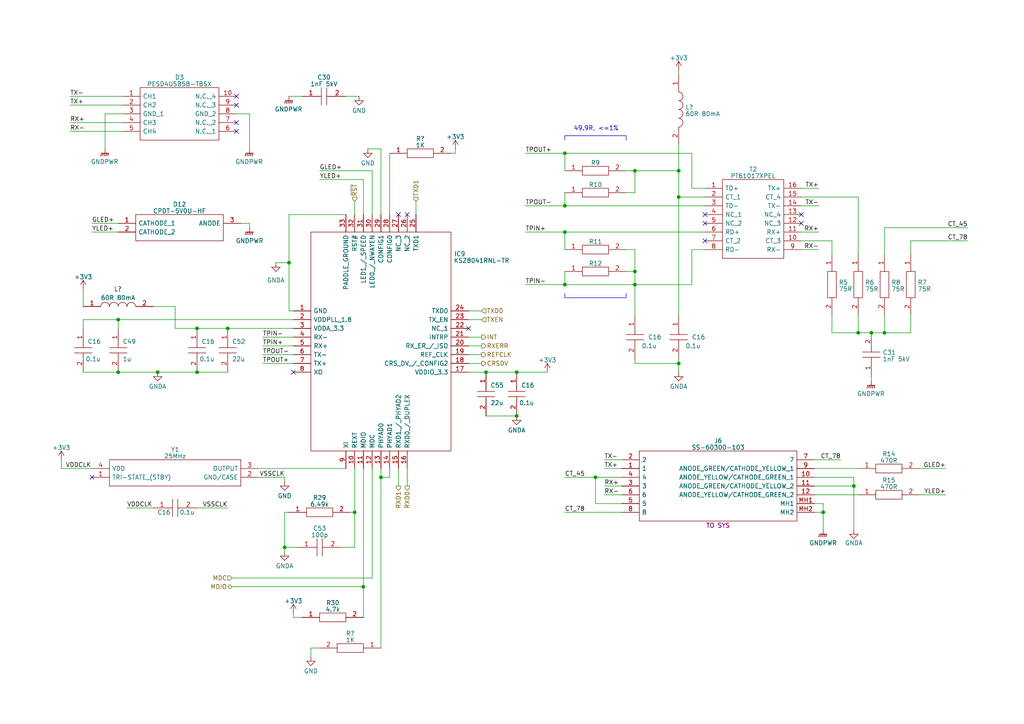
<source format=kicad_sch>
(kicad_sch (version 20230121) (generator eeschema)
  (paper "A4")
  (title_block (title "Oro Link") (date "2023-03-01") (rev "2") (company "Oro Operating System"))
  (lib_symbols
    (symbol "SamacSys_Parts:01016D104KAT2A" (pin_names (offset 0.762))
      (property "Reference" "C" (at 8.89 6.35 0))
      (property "Value" "01016D104KAT2A" (at 8.89 3.81 0))
      (symbol "01016D104KAT2A_0_0"
        (pin passive line (at 0 0 0) (length 5.08) (name "~") (number "1"))
        (pin passive line (at 12.7 0 180) (length 5.08) (name "~") (number "2"))
      )
    )
    (symbol "SamacSys_Parts:06036A101GAT2A" (pin_names (offset 0.762))
      (property "Reference" "C" (at 8.89 6.35 0))
      (property "Value" "06036A101GAT2A" (at 8.89 3.81 0))
      (symbol "06036A101GAT2A_0_0"
        (pin passive line (at 0 0 0) (length 5.08) (name "~") (number "1"))
        (pin passive line (at 12.7 0 180) (length 5.08) (name "~") (number "2"))
      )
    )
    (symbol "SamacSys_Parts:0603YD105KAT2A" (pin_names (offset 0.762))
      (property "Reference" "C" (at 8.89 6.35 0))
      (property "Value" "0603YD105KAT2A" (at 8.89 3.81 0))
      (symbol "0603YD105KAT2A_0_0"
        (pin passive line (at 0 0 0) (length 5.08) (name "~") (number "1"))
        (pin passive line (at 12.7 0 180) (length 5.08) (name "~") (number "2"))
      )
    )
    (symbol "SamacSys_Parts:74279260" (pin_names (offset 0.762))
      (property "Reference" "L" (at 16.51 6.35 0))
      (property "Value" "74279260" (at 16.51 3.81 0))
      (symbol "74279260_0_0"
        (pin passive line (at 0 0 0) (length 5.08) (name "~") (number "1"))
        (pin passive line (at 20.32 0 180) (length 5.08) (name "~") (number "2"))
      )
    )
    (symbol "SamacSys_Parts:AC0805FR-07470RL" (pin_names (offset 0.762))
      (property "Reference" "R" (at 13.97 6.35 0))
      (property "Value" "AC0805FR-07470RL" (at 13.97 3.81 0))
      (symbol "AC0805FR-07470RL_0_0"
        (pin passive line (at 0 0 0) (length 5.08) (name "~") (number "1"))
        (pin passive line (at 17.78 0 180) (length 5.08) (name "~") (number "2"))
      )
    )
    (symbol "SamacSys_Parts:ASE-25.000MHZ-LC-T" (pin_names (offset 0.762))
      (property "Reference" "Y" (at 44.45 7.62 0))
      (property "Value" "ASE-25.000MHZ-LC-T" (at 44.45 5.08 0))
      (symbol "ASE-25.000MHZ-LC-T_0_0"
        (pin passive line (at 0 -2.54 0) (length 5.08) (name "TRI-STATE_(STBY)") (number "1"))
        (pin passive line (at 48.26 -2.54 180) (length 5.08) (name "GND/CASE") (number "2"))
        (pin passive line (at 48.26 0 180) (length 5.08) (name "OUTPUT") (number "3"))
        (pin passive line (at 0 0 0) (length 5.08) (name "VDD") (number "4"))
      )
    )
    (symbol "SamacSys_Parts:CL21A226KQCLRNC" (pin_names (offset 0.762))
      (property "Reference" "C" (at 8.89 6.35 0))
      (property "Value" "CL21A226KQCLRNC" (at 8.89 3.81 0))
      (symbol "CL21A226KQCLRNC_0_0"
        (pin passive line (at 0 0 0) (length 5.08) (name "~") (number "1"))
        (pin passive line (at 12.7 0 180) (length 5.08) (name "~") (number "2"))
      )
    )
    (symbol "SamacSys_Parts:CPDT-5V0U-HF" (pin_names (offset 0.762))
      (property "Reference" "D" (at 31.75 7.62 0))
      (property "Value" "CPDT-5V0U-HF" (at 31.75 5.08 0))
      (symbol "CPDT-5V0U-HF_0_0"
        (pin passive line (at 0 0 0) (length 5.08) (name "CATHODE_1") (number "1"))
        (pin passive line (at 0 -2.54 0) (length 5.08) (name "CATHODE_2") (number "2"))
        (pin passive line (at 35.56 0 180) (length 5.08) (name "ANODE") (number "3"))
      )
    )
    (symbol "SamacSys_Parts:HV2225Y102KXMATHV" (pin_names (offset 0.762))
      (property "Reference" "C" (at 8.89 6.35 0))
      (property "Value" "HV2225Y102KXMATHV" (at 8.89 3.81 0))
      (symbol "HV2225Y102KXMATHV_0_0"
        (pin passive line (at 0 0 0) (length 5.08) (name "~") (number "1"))
        (pin passive line (at 12.7 0 180) (length 5.08) (name "~") (number "2"))
      )
    )
    (symbol "SamacSys_Parts:KSZ8041RNL-TR" (pin_names (offset 0.762))
      (property "Reference" "IC" (at 46.99 27.94 0))
      (property "Value" "KSZ8041RNL-TR" (at 46.99 25.4 0))
      (symbol "KSZ8041RNL-TR_0_0"
        (pin passive line (at 0 0 0) (length 5.08) (name "GND") (number "1"))
        (pin passive line (at 17.78 -45.72 90) (length 5.08) (name "REXT") (number "10"))
        (pin passive line (at 20.32 -45.72 90) (length 5.08) (name "MDIO") (number "11"))
        (pin passive line (at 22.86 -45.72 90) (length 5.08) (name "MDC") (number "12"))
        (pin passive line (at 25.4 -45.72 90) (length 5.08) (name "PHYAD0") (number "13"))
        (pin passive line (at 27.94 -45.72 90) (length 5.08) (name "PHYAD1") (number "14"))
        (pin passive line (at 30.48 -45.72 90) (length 5.08) (name "RXD1_/_PHYAD2") (number "15"))
        (pin passive line (at 33.02 -45.72 90) (length 5.08) (name "RXD0_/_DUPLEX") (number "16"))
        (pin passive line (at 50.8 -17.78 180) (length 5.08) (name "VDDIO_3.3") (number "17"))
        (pin passive line (at 50.8 -15.24 180) (length 5.08) (name "CRS_DV_/_CONFIG2") (number "18"))
        (pin passive line (at 50.8 -12.7 180) (length 5.08) (name "REF_CLK") (number "19"))
        (pin passive line (at 0 -2.54 0) (length 5.08) (name "VDDPLL_1.8") (number "2"))
        (pin passive line (at 50.8 -10.16 180) (length 5.08) (name "RX_ER_/_ISO") (number "20"))
        (pin passive line (at 50.8 -7.62 180) (length 5.08) (name "INTRP") (number "21"))
        (pin passive line (at 50.8 -5.08 180) (length 5.08) (name "NC_1") (number "22"))
        (pin passive line (at 50.8 -2.54 180) (length 5.08) (name "TX_EN") (number "23"))
        (pin passive line (at 50.8 0 180) (length 5.08) (name "TXD0") (number "24"))
        (pin passive line (at 35.56 27.94 270) (length 5.08) (name "TXD1") (number "25"))
        (pin passive line (at 33.02 27.94 270) (length 5.08) (name "NC_2") (number "26"))
        (pin passive line (at 30.48 27.94 270) (length 5.08) (name "NC_3") (number "27"))
        (pin passive line (at 27.94 27.94 270) (length 5.08) (name "CONFIG0") (number "28"))
        (pin passive line (at 25.4 27.94 270) (length 5.08) (name "CONFIG1") (number "29"))
        (pin passive line (at 0 -5.08 0) (length 5.08) (name "VDDA_3.3") (number "3"))
        (pin passive line (at 22.86 27.94 270) (length 5.08) (name "LED0_/_NWAYEN") (number "30"))
        (pin passive line (at 20.32 27.94 270) (length 5.08) (name "LED1_/_SPEED") (number "31"))
        (pin passive line (at 17.78 27.94 270) (length 5.08) (name "RST#") (number "32"))
        (pin passive line (at 15.24 27.94 270) (length 5.08) (name "PADDLE_GROUND") (number "33"))
        (pin passive line (at 0 -7.62 0) (length 5.08) (name "RX-") (number "4"))
        (pin passive line (at 0 -10.16 0) (length 5.08) (name "RX+") (number "5"))
        (pin passive line (at 0 -12.7 0) (length 5.08) (name "TX-") (number "6"))
        (pin passive line (at 0 -15.24 0) (length 5.08) (name "TX+") (number "7"))
        (pin passive line (at 0 -17.78 0) (length 5.08) (name "XO") (number "8"))
        (pin passive line (at 15.24 -45.72 90) (length 5.08) (name "XI") (number "9"))
      )
    )
    (symbol "SamacSys_Parts:MCWR04X4701FTL" (pin_names (offset 0.762))
      (property "Reference" "R" (at 13.97 6.35 0))
      (property "Value" "MCWR04X4701FTL" (at 13.97 3.81 0))
      (symbol "MCWR04X4701FTL_0_0"
        (pin passive line (at 0 0 0) (length 5.08) (name "~") (number "1"))
        (pin passive line (at 17.78 0 180) (length 5.08) (name "~") (number "2"))
      )
    )
    (symbol "SamacSys_Parts:PESD4USB5B-TBSX" (pin_names (offset 0.762))
      (property "Reference" "D" (at 29.21 7.62 0))
      (property "Value" "PESD4USB5B-TBSX" (at 29.21 5.08 0))
      (symbol "PESD4USB5B-TBSX_0_0"
        (pin passive line (at 0 0 0) (length 5.08) (name "CH1") (number "1"))
        (pin passive line (at 33.02 0 180) (length 5.08) (name "N.C._4") (number "10"))
        (pin passive line (at 0 -2.54 0) (length 5.08) (name "CH2") (number "2"))
        (pin passive line (at 0 -5.08 0) (length 5.08) (name "GND_1") (number "3"))
        (pin passive line (at 0 -7.62 0) (length 5.08) (name "CH3") (number "4"))
        (pin passive line (at 0 -10.16 0) (length 5.08) (name "CH4") (number "5"))
        (pin passive line (at 33.02 -10.16 180) (length 5.08) (name "N.C._1") (number "6"))
        (pin passive line (at 33.02 -7.62 180) (length 5.08) (name "N.C._2") (number "7"))
        (pin passive line (at 33.02 -5.08 180) (length 5.08) (name "GND_2") (number "8"))
        (pin passive line (at 33.02 -2.54 180) (length 5.08) (name "N.C._3") (number "9"))
      )
    )
    (symbol "SamacSys_Parts:PT61017XPEL" (pin_names (offset 0.762))
      (property "Reference" "T" (at 24.13 7.62 0))
      (property "Value" "PT61017XPEL" (at 24.13 5.08 0))
      (symbol "PT61017XPEL_0_0"
        (pin passive line (at 0 0 0) (length 5.08) (name "TD+") (number "1"))
        (pin passive line (at 27.94 -15.24 180) (length 5.08) (name "CT_3") (number "10"))
        (pin passive line (at 27.94 -12.7 180) (length 5.08) (name "RX+") (number "11"))
        (pin passive line (at 27.94 -10.16 180) (length 5.08) (name "NC_3") (number "12"))
        (pin passive line (at 27.94 -7.62 180) (length 5.08) (name "NC_4") (number "13"))
        (pin passive line (at 27.94 -5.08 180) (length 5.08) (name "TX-") (number "14"))
        (pin passive line (at 27.94 -2.54 180) (length 5.08) (name "CT_4") (number "15"))
        (pin passive line (at 27.94 0 180) (length 5.08) (name "TX+") (number "16"))
        (pin passive line (at 0 -2.54 0) (length 5.08) (name "CT_1") (number "2"))
        (pin passive line (at 0 -5.08 0) (length 5.08) (name "TD-") (number "3"))
        (pin passive line (at 0 -7.62 0) (length 5.08) (name "NC_1") (number "4"))
        (pin passive line (at 0 -10.16 0) (length 5.08) (name "NC_2") (number "5"))
        (pin passive line (at 0 -12.7 0) (length 5.08) (name "RD+") (number "6"))
        (pin passive line (at 0 -15.24 0) (length 5.08) (name "CT_2") (number "7"))
        (pin passive line (at 0 -17.78 0) (length 5.08) (name "RD-") (number "8"))
        (pin passive line (at 27.94 -17.78 180) (length 5.08) (name "RX-") (number "9"))
      )
    )
    (symbol "SamacSys_Parts:RC1210FR-0749R9L" (pin_names (offset 0.762))
      (property "Reference" "R" (at 13.97 6.35 0))
      (property "Value" "RC1210FR-0749R9L" (at 13.97 3.81 0))
      (symbol "RC1210FR-0749R9L_0_0"
        (pin passive line (at 0 0 0) (length 5.08) (name "~") (number "1"))
        (pin passive line (at 17.78 0 180) (length 5.08) (name "~") (number "2"))
      )
    )
    (symbol "SamacSys_Parts:RK73H1ETTP75R0F" (pin_names (offset 0.762))
      (property "Reference" "R" (at 13.97 6.35 0))
      (property "Value" "RK73H1ETTP75R0F" (at 13.97 3.81 0))
      (symbol "RK73H1ETTP75R0F_0_0"
        (pin passive line (at 0 0 0) (length 5.08) (name "~") (number "1"))
        (pin passive line (at 17.78 0 180) (length 5.08) (name "~") (number "2"))
      )
    )
    (symbol "SamacSys_Parts:RK73H2ATTD6491F" (pin_names (offset 0.762))
      (property "Reference" "R" (at 13.97 6.35 0))
      (property "Value" "RK73H2ATTD6491F" (at 13.97 3.81 0))
      (symbol "RK73H2ATTD6491F_0_0"
        (pin passive line (at 0 0 0) (length 5.08) (name "~") (number "1"))
        (pin passive line (at 17.78 0 180) (length 5.08) (name "~") (number "2"))
      )
    )
    (symbol "SamacSys_Parts:SG73P2ATTD102J" (pin_names (offset 0.762))
      (property "Reference" "R" (at 13.97 6.35 0))
      (property "Value" "SG73P2ATTD102J" (at 13.97 3.81 0))
      (symbol "SG73P2ATTD102J_0_0"
        (pin passive line (at 0 0 0) (length 5.08) (name "~") (number "1"))
        (pin passive line (at 17.78 0 180) (length 5.08) (name "~") (number "2"))
      )
    )
    (symbol "SamacSys_Parts:SS-60300-103" (pin_names (offset 0.762))
      (property "Reference" "J6" (at 27.94 5.4991 0))
      (property "Value" "SS-60300-103" (at 27.94 3.5781 0))
      (symbol "SS-60300-103_0_0"
        (pin passive line (at 0 -2.54 0) (length 5.08) (name "1") (number "1"))
        (pin passive line (at 55.88 -5.08 180) (length 5.08) (name "ANODE_YELLOW/CATHODE_GREEN_1") (number "10"))
        (pin passive line (at 55.88 -7.62 180) (length 5.08) (name "ANODE_GREEN/CATHODE_YELLOW_2") (number "11"))
        (pin passive line (at 55.88 -10.16 180) (length 5.08) (name "ANODE_YELLOW/CATHODE_GREEN_2") (number "12"))
        (pin passive line (at 0 0 0) (length 5.08) (name "2") (number "2"))
        (pin passive line (at 0 -7.62 0) (length 5.08) (name "3") (number "3"))
        (pin passive line (at 0 -5.08 0) (length 5.08) (name "4") (number "4"))
        (pin passive line (at 0 -12.7 0) (length 5.08) (name "5") (number "5"))
        (pin passive line (at 0 -10.16 0) (length 5.08) (name "6") (number "6"))
        (pin passive line (at 55.88 0 180) (length 5.08) (name "7") (number "7"))
        (pin passive line (at 0 -15.24 0) (length 5.08) (name "8") (number "8"))
        (pin passive line (at 55.88 -2.54 180) (length 5.08) (name "ANODE_GREEN/CATHODE_YELLOW_1") (number "9"))
        (pin passive line (at 55.88 -12.7 180) (length 5.08) (name "MH1") (number "MH1"))
        (pin passive line (at 55.88 -15.24 180) (length 5.08) (name "MH2") (number "MH2"))
      )
    )
    (symbol "power:+3V3" (power) (pin_names (offset 0))
      (property "Value" "+3V3" (at 0 3.556 0))
      (symbol "+3V3_1_1"
        (pin power_in line (at 0 0 90) (length 0) hide (name "+3V3") (number "1"))
      )
    )
    (symbol "power:GND" (power) (pin_names (offset 0))
      (property "Value" "GND" (at 0 -3.81 0))
      (symbol "GND_1_1"
        (pin power_in line (at 0 0 270) (length 0) hide (name "GND") (number "1"))
      )
    )
    (symbol "power:GNDA" (power) (pin_names (offset 0))
      (property "Value" "GNDA" (at 0 -3.81 0))
      (symbol "GNDA_1_1"
        (pin power_in line (at 0 0 270) (length 0) hide (name "GNDA") (number "1"))
      )
    )
    (symbol "power:GNDPWR" (power) (pin_names (offset 0))
      (property "Value" "GNDPWR" (at 0 -3.302 0))
      (symbol "GNDPWR_1_1"
        (pin power_in line (at 0 0 270) (length 0) hide (name "GNDPWR") (number "1"))
      )
    )
  )
  (junction (at 163.83 59.69))
  (junction (at 184.15 82.55))
  (junction (at 196.85 57.15))
  (junction (at 184.15 78.74))
  (junction (at 45.72 107.95))
  (junction (at 82.55 158.75))
  (junction (at 110.49 138.43))
  (junction (at 247.65 140.97))
  (junction (at 34.29 107.95))
  (junction (at 196.85 105.41))
  (junction (at 248.92 96.52))
  (junction (at 34.29 92.71))
  (junction (at 57.15 95.25))
  (junction (at 163.83 44.45))
  (junction (at 238.76 148.59))
  (junction (at 149.86 107.95))
  (junction (at 256.54 96.52))
  (junction (at 172.72 138.43))
  (junction (at 252.73 96.52))
  (junction (at 102.87 148.59))
  (junction (at 163.83 82.55))
  (junction (at 149.86 120.65))
  (junction (at 105.41 170.18))
  (junction (at 184.15 49.53))
  (junction (at 66.04 95.25))
  (junction (at 83.82 76.2))
  (junction (at 163.83 67.31))
  (junction (at 196.85 49.53))
  (junction (at 57.15 107.95))
  (junction (at 140.97 107.95))
  (no_connect (at 85.09 107.95))
  (no_connect (at 232.41 62.23))
  (no_connect (at 68.58 30.48))
  (no_connect (at 118.11 62.23))
  (no_connect (at 68.58 38.1))
  (no_connect (at 232.41 64.77))
  (no_connect (at 204.47 69.85))
  (no_connect (at 115.57 62.23))
  (no_connect (at 204.47 64.77))
  (no_connect (at 68.58 35.56))
  (no_connect (at 26.67 138.43))
  (no_connect (at 135.89 95.25))
  (no_connect (at 204.47 62.23))
  (no_connect (at 68.58 27.94))
  (wire (pts (xy 196.85 105.41) (xy 196.85 107.95)))
  (wire (pts (xy 247.65 138.43) (xy 247.65 140.97)))
  (wire (pts (xy 175.26 135.89) (xy 180.34 135.89)))
  (wire (pts (xy 105.41 135.89) (xy 105.41 170.18)))
  (wire (pts (xy 34.29 92.71) (xy 34.29 95.25)))
  (wire (pts (xy 85.09 102.87) (xy 76.2 102.87)))
  (wire (pts (xy 67.31 170.18) (xy 105.41 170.18)))
  (wire (pts (xy 264.16 96.52) (xy 264.16 91.44)))
  (wire (pts (xy 72.39 66.04) (xy 72.39 64.77)))
  (wire (pts (xy 181.61 55.88) (xy 184.15 55.88)))
  (wire (pts (xy 196.85 57.15) (xy 204.47 57.15)))
  (wire (pts (xy 238.76 148.59) (xy 236.22 148.59)))
  (wire (pts (xy 113.03 135.89) (xy 113.03 138.43)))
  (wire (pts (xy 200.66 82.55) (xy 200.66 72.39)))
  (wire (pts (xy 135.89 102.87) (xy 139.7 102.87)))
  (wire (pts (xy 163.83 78.74) (xy 163.83 82.55)))
  (wire (pts (xy 20.32 38.1) (xy 35.56 38.1)))
  (wire (pts (xy 172.72 138.43) (xy 163.83 138.43)))
  (wire (pts (xy 200.66 44.45) (xy 163.83 44.45)))
  (wire (pts (xy 140.97 107.95) (xy 149.86 107.95)))
  (wire (pts (xy 200.66 72.39) (xy 204.47 72.39)))
  (wire (pts (xy 184.15 82.55) (xy 184.15 91.44)))
  (wire (pts (xy 264.16 73.66) (xy 264.16 69.85)))
  (wire (pts (xy 110.49 62.23) (xy 110.49 43.18)))
  (wire (pts (xy 110.49 138.43) (xy 113.03 138.43)))
  (wire (pts (xy 241.3 69.85) (xy 241.3 73.66)))
  (wire (pts (xy 80.01 76.2) (xy 83.82 76.2)))
  (wire (pts (xy 30.48 33.02) (xy 35.56 33.02)))
  (wire (pts (xy 241.3 91.44) (xy 241.3 96.52)))
  (wire (pts (xy 196.85 104.14) (xy 196.85 105.41)))
  (wire (pts (xy 30.48 43.18) (xy 30.48 33.02)))
  (wire (pts (xy 140.97 120.65) (xy 149.86 120.65)))
  (wire (pts (xy 264.16 69.85) (xy 280.67 69.85)))
  (wire (pts (xy 72.39 43.18) (xy 72.39 33.02)))
  (wire (pts (xy 20.32 27.94) (xy 35.56 27.94)))
  (wire (pts (xy 24.13 107.95) (xy 34.29 107.95)))
  (wire (pts (xy 149.86 107.95) (xy 158.75 107.95)))
  (wire (pts (xy 248.92 91.44) (xy 248.92 96.52)))
  (wire (pts (xy 101.6 148.59) (xy 102.87 148.59)))
  (wire (pts (xy 184.15 104.14) (xy 184.15 105.41)))
  (wire (pts (xy 82.55 138.43) (xy 82.55 139.7)))
  (wire (pts (xy 135.89 105.41) (xy 139.7 105.41)))
  (wire (pts (xy 181.61 49.53) (xy 184.15 49.53)))
  (wire (pts (xy 163.83 67.31) (xy 163.83 72.39)))
  (wire (pts (xy 184.15 49.53) (xy 184.15 55.88)))
  (wire (pts (xy 99.06 158.75) (xy 102.87 158.75)))
  (wire (pts (xy 232.41 59.69) (xy 237.49 59.69)))
  (wire (pts (xy 163.83 59.69) (xy 152.4 59.69)))
  (wire (pts (xy 130.81 44.45) (xy 132.08 44.45)))
  (wire (pts (xy 50.8 88.9) (xy 50.8 95.25)))
  (wire (pts (xy 57.15 147.32) (xy 66.04 147.32)))
  (wire (pts (xy 196.85 20.32) (xy 196.85 21.59)))
  (wire (pts (xy 76.2 100.33) (xy 85.09 100.33)))
  (wire (pts (xy 26.67 67.31) (xy 34.29 67.31)))
  (wire (pts (xy 236.22 135.89) (xy 248.92 135.89)))
  (wire (pts (xy 181.61 78.74) (xy 184.15 78.74)))
  (wire (pts (xy 57.15 107.95) (xy 66.04 107.95)))
  (wire (pts (xy 115.57 135.89) (xy 115.57 140.97)))
  (wire (pts (xy 110.49 138.43) (xy 110.49 187.96)))
  (wire (pts (xy 232.41 54.61) (xy 237.49 54.61)))
  (wire (pts (xy 135.89 97.79) (xy 139.7 97.79)))
  (wire (pts (xy 256.54 96.52) (xy 264.16 96.52)))
  (wire (pts (xy 66.04 95.25) (xy 85.09 95.25)))
  (wire (pts (xy 82.55 148.59) (xy 83.82 148.59)))
  (wire (pts (xy 241.3 96.52) (xy 248.92 96.52)))
  (wire (pts (xy 74.93 138.43) (xy 82.55 138.43)))
  (wire (pts (xy 232.41 69.85) (xy 241.3 69.85)))
  (wire (pts (xy 163.83 44.45) (xy 152.4 44.45)))
  (wire (pts (xy 26.67 64.77) (xy 34.29 64.77)))
  (wire (pts (xy 236.22 133.35) (xy 243.84 133.35)))
  (wire (pts (xy 163.83 55.88) (xy 163.83 59.69)))
  (wire (pts (xy 180.34 146.05) (xy 172.72 146.05)))
  (wire (pts (xy 107.95 49.53) (xy 107.95 62.23)))
  (wire (pts (xy 82.55 148.59) (xy 82.55 158.75)))
  (wire (pts (xy 184.15 72.39) (xy 184.15 78.74)))
  (wire (pts (xy 34.29 107.95) (xy 45.72 107.95)))
  (wire (pts (xy 274.32 143.51) (xy 266.7 143.51)))
  (wire (pts (xy 152.4 67.31) (xy 163.83 67.31)))
  (wire (pts (xy 34.29 92.71) (xy 24.13 92.71)))
  (wire (pts (xy 83.82 76.2) (xy 83.82 90.17)))
  (wire (pts (xy 57.15 95.25) (xy 66.04 95.25)))
  (wire (pts (xy 82.55 158.75) (xy 82.55 160.02)))
  (wire (pts (xy 232.41 72.39) (xy 237.49 72.39)))
  (wire (pts (xy 172.72 138.43) (xy 172.72 146.05)))
  (wire (pts (xy 72.39 64.77) (xy 69.85 64.77)))
  (wire (pts (xy 135.89 90.17) (xy 139.7 90.17)))
  (wire (pts (xy 50.8 95.25) (xy 57.15 95.25)))
  (wire (pts (xy 184.15 82.55) (xy 200.66 82.55)))
  (wire (pts (xy 238.76 146.05) (xy 236.22 146.05)))
  (wire (pts (xy 87.63 179.07) (xy 85.09 179.07)))
  (wire (pts (xy 238.76 148.59) (xy 238.76 146.05)))
  (wire (pts (xy 247.65 140.97) (xy 247.65 153.67)))
  (wire (pts (xy 274.32 135.89) (xy 266.7 135.89)))
  (wire (pts (xy 236.22 143.51) (xy 248.92 143.51)))
  (wire (pts (xy 105.41 52.07) (xy 105.41 62.23)))
  (wire (pts (xy 180.34 148.59) (xy 163.83 148.59)))
  (wire (pts (xy 102.87 148.59) (xy 102.87 158.75)))
  (wire (pts (xy 74.93 135.89) (xy 100.33 135.89)))
  (wire (pts (xy 180.34 133.35) (xy 175.26 133.35)))
  (wire (pts (xy 45.72 107.95) (xy 57.15 107.95)))
  (wire (pts (xy 20.32 30.48) (xy 35.56 30.48)))
  (wire (pts (xy 184.15 72.39) (xy 181.61 72.39)))
  (wire (pts (xy 118.11 135.89) (xy 118.11 140.97)))
  (wire (pts (xy 175.26 140.97) (xy 180.34 140.97)))
  (wire (pts (xy 24.13 92.71) (xy 24.13 95.25)))
  (wire (pts (xy 232.41 57.15) (xy 248.92 57.15)))
  (wire (pts (xy 85.09 92.71) (xy 34.29 92.71)))
  (wire (pts (xy 248.92 96.52) (xy 252.73 96.52)))
  (wire (pts (xy 17.78 135.89) (xy 26.67 135.89)))
  (wire (pts (xy 184.15 49.53) (xy 196.85 49.53)))
  (wire (pts (xy 44.45 88.9) (xy 50.8 88.9)))
  (wire (pts (xy 67.31 167.64) (xy 107.95 167.64)))
  (wire (pts (xy 85.09 179.07) (xy 85.09 177.8)))
  (wire (pts (xy 105.41 170.18) (xy 105.41 179.07)))
  (wire (pts (xy 184.15 105.41) (xy 196.85 105.41)))
  (wire (pts (xy 256.54 91.44) (xy 256.54 96.52)))
  (wire (pts (xy 113.03 44.45) (xy 113.03 62.23)))
  (wire (pts (xy 92.71 187.96) (xy 90.17 187.96)))
  (wire (pts (xy 232.41 67.31) (xy 237.49 67.31)))
  (wire (pts (xy 200.66 44.45) (xy 200.66 54.61)))
  (wire (pts (xy 132.08 44.45) (xy 132.08 43.18)))
  (wire (pts (xy 196.85 49.53) (xy 196.85 57.15)))
  (wire (pts (xy 102.87 58.42) (xy 102.87 62.23)))
  (wire (pts (xy 152.4 82.55) (xy 163.83 82.55)))
  (wire (pts (xy 76.2 97.79) (xy 85.09 97.79)))
  (wire (pts (xy 256.54 66.04) (xy 280.67 66.04)))
  (wire (pts (xy 90.17 187.96) (xy 90.17 190.5)))
  (wire (pts (xy 100.33 27.94) (xy 104.14 27.94)))
  (wire (pts (xy 24.13 83.82) (xy 24.13 88.9)))
  (wire (pts (xy 100.33 62.23) (xy 83.82 62.23)))
  (wire (pts (xy 247.65 138.43) (xy 236.22 138.43)))
  (wire (pts (xy 184.15 78.74) (xy 184.15 82.55)))
  (wire (pts (xy 135.89 92.71) (xy 139.7 92.71)))
  (wire (pts (xy 36.83 147.32) (xy 44.45 147.32)))
  (wire (pts (xy 135.89 107.95) (xy 140.97 107.95)))
  (wire (pts (xy 248.92 73.66) (xy 248.92 57.15)))
  (wire (pts (xy 204.47 59.69) (xy 163.83 59.69)))
  (wire (pts (xy 110.49 135.89) (xy 110.49 138.43)))
  (wire (pts (xy 238.76 148.59) (xy 238.76 153.67)))
  (wire (pts (xy 252.73 96.52) (xy 256.54 96.52)))
  (wire (pts (xy 107.95 167.64) (xy 107.95 135.89)))
  (wire (pts (xy 163.83 82.55) (xy 184.15 82.55)))
  (wire (pts (xy 20.32 35.56) (xy 35.56 35.56)))
  (wire (pts (xy 200.66 54.61) (xy 204.47 54.61)))
  (wire (pts (xy 83.82 27.94) (xy 87.63 27.94)))
  (wire (pts (xy 180.34 143.51) (xy 175.26 143.51)))
  (wire (pts (xy 196.85 57.15) (xy 196.85 91.44)))
  (wire (pts (xy 92.71 52.07) (xy 105.41 52.07)))
  (wire (pts (xy 82.55 158.75) (xy 86.36 158.75)))
  (wire (pts (xy 85.09 105.41) (xy 76.2 105.41)))
  (wire (pts (xy 247.65 140.97) (xy 236.22 140.97)))
  (wire (pts (xy 17.78 133.35) (xy 17.78 135.89)))
  (wire (pts (xy 83.82 76.2) (xy 83.82 62.23)))
  (wire (pts (xy 252.73 109.22) (xy 252.73 110.49)))
  (wire (pts (xy 135.89 100.33) (xy 139.7 100.33)))
  (wire (pts (xy 180.34 138.43) (xy 172.72 138.43)))
  (wire (pts (xy 92.71 49.53) (xy 107.95 49.53)))
  (wire (pts (xy 85.09 90.17) (xy 83.82 90.17)))
  (wire (pts (xy 120.65 62.23) (xy 120.65 58.42)))
  (wire (pts (xy 196.85 41.91) (xy 196.85 49.53)))
  (wire (pts (xy 163.83 44.45) (xy 163.83 49.53)))
  (wire (pts (xy 102.87 135.89) (xy 102.87 148.59)))
  (wire (pts (xy 106.68 43.18) (xy 110.49 43.18)))
  (wire (pts (xy 163.83 67.31) (xy 204.47 67.31)))
  (wire (pts (xy 72.39 33.02) (xy 68.58 33.02)))
  (wire (pts (xy 256.54 73.66) (xy 256.54 66.04)))
  (rectangle (start 163.83 85.09) (end 163.83 86.36))
  (rectangle (start 181.61 86.36) (end 163.83 86.36))
  (rectangle (start 163.83 39.37) (end 181.61 39.37))
  (rectangle (start 181.61 85.09) (end 181.61 86.36))
  (rectangle (start 163.83 39.37) (end 163.83 40.64))
  (rectangle (start 181.61 39.37) (end 181.61 40.64))
  (text "49.9R, <=1%" (at 166.37 38.1 0) (effects (font (size 1.27 1.27)) (justify left bottom)))
  (label "RX-" (at 20.32 38.1 0))
  (label "GLED+" (at 274.32 135.89 180))
  (label "TX-" (at 175.26 133.35 0))
  (label "CT_78" (at 243.84 133.35 180))
  (label "RX-" (at 237.49 72.39 180))
  (label "TX+" (at 237.49 54.61 180))
  (label "GLED+" (at 26.67 64.77 0))
  (label "CT_78" (at 163.83 148.59 0))
  (label "CT_45" (at 163.83 138.43 0))
  (label "TPIN-" (at 152.4 82.55 0))
  (label "TPOUT-" (at 152.4 59.69 0))
  (label "CT_45" (at 280.67 66.04 180))
  (label "RX+" (at 175.26 140.97 0))
  (label "TPIN-" (at 76.2 97.79 0))
  (label "VDDCLK" (at 19.05 135.89 0))
  (label "TPOUT+" (at 152.4 44.45 0))
  (label "VDDCLK" (at 36.83 147.32 0))
  (label "YLED+" (at 274.32 143.51 180))
  (label "TPOUT-" (at 76.2 102.87 0))
  (label "TPIN+" (at 76.2 100.33 0))
  (label "TX-" (at 237.49 59.69 180))
  (label "VSSCLK" (at 82.55 138.43 180))
  (label "CT_78" (at 280.67 69.85 180))
  (label "TX+" (at 20.32 30.48 0))
  (label "TPIN+" (at 152.4 67.31 0))
  (label "RX+" (at 20.32 35.56 0))
  (label "TPOUT+" (at 76.2 105.41 0))
  (label "TX+" (at 175.26 135.89 0))
  (label "YLED+" (at 92.71 52.07 0))
  (label "TX-" (at 20.32 27.94 0))
  (label "RX-" (at 175.26 143.51 0))
  (label "VSSCLK" (at 66.04 147.32 180))
  (label "YLED+" (at 26.67 67.31 0))
  (label "GLED+" (at 92.71 49.53 0))
  (label "RX+" (at 237.49 67.31 180))
  (hierarchical_label "TXEN" (shape input) (at 139.7 92.71 0))
  (hierarchical_label "MDC" (shape input) (at 67.31 167.64 180))
  (hierarchical_label "TXD1" (shape input) (at 120.65 58.42 90))
  (hierarchical_label "CRSDV" (shape output) (at 139.7 105.41 0))
  (hierarchical_label "REFCLK" (shape output) (at 139.7 102.87 0))
  (hierarchical_label "RXD1" (shape output) (at 115.57 140.97 270))
  (hierarchical_label "TXD0" (shape input) (at 139.7 90.17 0))
  (hierarchical_label "INT" (shape output) (at 139.7 97.79 0))
  (hierarchical_label "RXD0" (shape output) (at 118.11 140.97 270))
  (hierarchical_label "~{RST}" (shape input) (at 102.87 58.42 90))
  (hierarchical_label "RXERR" (shape output) (at 139.7 100.33 0))
  (hierarchical_label "MDIO" (shape bidirectional) (at 67.31 170.18 180))
  (symbol (lib_id "SamacSys_Parts:RC1210FR-0749R9L") (at 163.83 49.53 0) (unit 1)
    (property "Reference" "R9" (at 172.72 47.2219 0))
    (property "Value" "RC1210FR-0749R9L" (effects hide))
    (property "Footprint" "RESC3126X65N" (effects hide))
    (property "Datasheet" "https://www.arrow.com/en/products/rc1210fr-0749r9l/yageo" (effects hide))
    (property "Description" "Res Thick Film 1210 49.9 Ohm 1% 0.5W(1/2W) +/-100ppm/C Molded SMD Paper T/R" (effects hide))
    (property "Height" "0.65" (effects hide))
    (property "Manufacturer_Name" "KEMET" (effects hide))
    (property "Manufacturer_Part_Number" "RC1210FR-0749R9L" (effects hide))
    (property "Mouser Part Number" "603-RC1210FR-0749R9L" (effects hide))
    (property "Mouser Price/Stock" "https://www.mouser.co.uk/ProductDetail/YAGEO/RC1210FR-0749R9L?qs=H6bTqIa4pvVoqBKMaWCr4A%3D%3D" (effects hide))
    (property "Arrow Part Number" "RC1210FR-0749R9L" (effects hide))
    (property "Arrow Price/Stock" "https://www.arrow.com/en/products/rc1210fr-0749r9l/yageo" (effects hide))
    (instances (project "Oro Link rev2" (path "" (reference "R9") (unit 1)) (path "" (reference "R33") (unit 1))))
  )
  (symbol (lib_id "SamacSys_Parts:HV2225Y102KXMATHV") (at 252.73 109.22 90) (unit 1)
    (property "Reference" "C31" (at 255.9812 102.2263 90) (effects (justify right)))
    (property "Value" "1nF 5kV" (at 255.9812 104.1473 90) (effects (justify right)))
    (property "Footprint" "CAPC5664X270N" (effects hide))
    (property "Datasheet" "https://componentsearchengine.com/Datasheets/1/HV2225Y102KXMATHV.pdf" (effects hide))
    (property "Description" "Multilayer Ceramic Capacitors MLCC - SMD/SMT 1.0nF 5000volts 10% X7R High Voltage" (effects hide))
    (property "Height" "2.7" (effects hide))
    (property "Manufacturer_Name" "Vishay" (effects hide))
    (property "Manufacturer_Part_Number" "HV2225Y102KXMATHV" (effects hide))
    (property "Mouser Part Number" "77-HV2225Y102KXMATHV" (effects hide))
    (property "Mouser Price/Stock" "https://www.mouser.com/Search/Refine.aspx?Keyword=77-HV2225Y102KXMATHV" (effects hide))
    (instances (project "Oro Link rev2" (path "" (reference "C31") (unit 1)) (path "" (reference "C39") (unit 1)) (path "" (reference "C59") (unit 1))))
  )
  (symbol (lib_id "SamacSys_Parts:RK73H1ETTP75R0F") (at 241.3 73.66 270) (unit 1)
    (property "Reference" "R5" (at 243.2812 81.9063 90) (effects (justify left)))
    (property "Value" "75R" (at 243.2812 83.8273 90) (effects (justify left)))
    (property "Footprint" "RESC1005X40N" (effects hide))
    (property "Datasheet" "http://www.koaspeer.com/catimages/Products/RK73-RT/RK73-RT.pdf" (effects hide))
    (property "Description" "Thick Film Resistors - SMD 1/16watts 75ohms 1%" (effects hide))
    (property "Height" "0.4" (effects hide))
    (property "Manufacturer_Name" "KOA Speer" (effects hide))
    (property "Manufacturer_Part_Number" "RK73H1ETTP75R0F" (effects hide))
    (property "Mouser Part Number" "660-RK73H1ETTP75R0F" (effects hide))
    (property "Mouser Price/Stock" "https://www.mouser.co.uk/ProductDetail/KOA-Speer/RK73H1ETTP75R0F?qs=wUWquvs7oCIcRElcVFlmog%3D%3D" (effects hide))
    (instances (project "Oro Link rev2" (path "" (reference "R5") (unit 1)) (path "" (reference "R37") (unit 1))))
  )
  (symbol (lib_id "power:+3V3") (at 132.08 43.18 0) (unit 1)
    (property "Reference" "#PWR0116" (effects hide))
    (property "Value" "+3V3" (at 132.08 39.6781 0))
  )
  (symbol (lib_id "SamacSys_Parts:HV2225Y102KXMATHV") (at 87.63 27.94 0) (unit 1)
    (property "Reference" "C30" (at 93.98 22.4409 0))
    (property "Value" "1nF 5kV" (at 93.98 24.3619 0))
    (property "Footprint" "CAPC5664X270N" (effects hide))
    (property "Datasheet" "https://componentsearchengine.com/Datasheets/1/HV2225Y102KXMATHV.pdf" (effects hide))
    (property "Description" "Multilayer Ceramic Capacitors MLCC - SMD/SMT 1.0nF 5000volts 10% X7R High Voltage" (effects hide))
    (property "Height" "2.7" (effects hide))
    (property "Manufacturer_Name" "Vishay" (effects hide))
    (property "Manufacturer_Part_Number" "HV2225Y102KXMATHV" (effects hide))
    (property "Mouser Part Number" "77-HV2225Y102KXMATHV" (effects hide))
    (property "Mouser Price/Stock" "https://www.mouser.com/Search/Refine.aspx?Keyword=77-HV2225Y102KXMATHV" (effects hide))
    (instances (project "Oro Link rev2" (path "" (reference "C30") (unit 1)) (path "" (reference "C34") (unit 1)) (path "" (reference "C35") (unit 1)) (path "" (reference "C38") (unit 1)) (path "" (reference "C54") (unit 1))))
  )
  (symbol (lib_id "SamacSys_Parts:01016D104KAT2A") (at 24.13 95.25 90) (mirror x) (unit 1)
    (property "Reference" "C16" (at 25.4 99.06 90) (effects (justify right)))
    (property "Value" "0.1u" (at 29.21 104.14 90) (effects (justify left)))
    (property "Footprint" "SamacSys_Parts:CAPC0402X22N" (effects hide))
    (property "Datasheet" "https://altium.componentsearchengine.com/Datasheets/1/01016D104KAT2A.pdf" (effects hide))
    (property "Description" "Multilayer Ceramic Capacitors MLCC - SMD/SMT 6.3V .1uF X5R 0101 10%" (effects hide))
    (property "Height" "0.22" (effects hide))
    (property "Manufacturer_Name" "AVX" (effects hide))
    (property "Manufacturer_Part_Number" "01016D104KAT2A" (effects hide))
    (property "Mouser Part Number" "581-01016D104KAT2A" (effects hide))
    (property "Mouser Price/Stock" "https://www.mouser.com/Search/Refine.aspx?Keyword=581-01016D104KAT2A" (effects hide))
    (property "Arrow Part Number" "01016D104KAT2A" (effects hide))
    (property "Arrow Price/Stock" "https://www.arrow.com/en/products/01016d104kat2a/avx" (effects hide))
    (instances (project "Oro Testbed v2" (path "" (reference "C16") (unit 1))) (project "Oro Link rev2" (path "" (reference "C17") (unit 1)) (path "" (reference "C48") (unit 1))))
  )
  (symbol (lib_id "power:GNDA") (at 82.55 160.02 0) (unit 1)
    (property "Reference" "#PWR0110" (effects hide))
    (property "Value" "GNDA" (at 82.55 164.1555 0))
  )
  (symbol (lib_id "power:GNDA") (at 247.65 153.67 0) (unit 1)
    (property "Reference" "#PWR096" (effects hide))
    (property "Value" "GNDA" (at 247.65 157.48 0))
    (instances (project "Oro Link rev2" (path "" (reference "#PWR096") (unit 1)) (path "" (reference "#PWR0122") (unit 1))))
  )
  (symbol (lib_id "power:+3V3") (at 196.85 20.32 0) (unit 1)
    (property "Reference" "#PWR089" (effects hide))
    (property "Value" "+3V3" (at 196.85 16.8181 0))
    (instances (project "Oro Link rev2" (path "" (reference "#PWR089") (unit 1)) (path "" (reference "#PWR0119") (unit 1))))
  )
  (symbol (lib_id "SamacSys_Parts:RK73H2ATTD6491F") (at 83.82 148.59 0) (unit 1)
    (property "Reference" "R29" (at 92.71 144.3609 0))
    (property "Value" "6.49k" (at 92.71 146.2819 0))
    (property "Footprint" "RESC2012X60N" (effects hide))
    (property "Datasheet" "http://www.koaspeer.com/catimages/Products/RK73H/RK73H.pdf" (effects hide))
    (property "Description" "Thick Film Resistors - SMD 1/4W 6.49K OHM 1%" (effects hide))
    (property "Height" "0.6" (effects hide))
    (property "Manufacturer_Name" "KOA Speer" (effects hide))
    (property "Manufacturer_Part_Number" "RK73H2ATTD6491F" (effects hide))
    (property "Mouser Part Number" "660-RK73H2ATTD6491F" (effects hide))
    (property "Mouser Price/Stock" "https://www.mouser.co.uk/ProductDetail/KOA-Speer/RK73H2ATTD6491F?qs=RSZXODi9mJuJNdJk1kZx9A%3D%3D" (effects hide))
  )
  (symbol (lib_id "SamacSys_Parts:PT61017XPEL") (at 204.47 54.61 0) (unit 1)
    (property "Reference" "T2" (at 218.44 49.1109 0))
    (property "Value" "PT61017XPEL" (at 218.44 51.0319 0))
    (property "Footprint" "SOIC127P930X570-16N" (effects hide))
    (property "Datasheet" "https://www.bourns.com/docs/Product-Datasheets/pt61017xpel.pdf?sfvrsn=2" (effects hide))
    (property "Description" "Telecom Transformer 1CT:1CT 0.6Ohm Prim. DCR 1.1Ohm -1.15dB Surface Mount - Tape and Reel PT61017XPEL LAN 10/100 Base-Tx" (effects hide))
    (property "Height" "5.7" (effects hide))
    (property "Manufacturer_Name" "Bourns" (effects hide))
    (property "Manufacturer_Part_Number" "PT61017XPEL" (effects hide))
    (property "Mouser Part Number" "652-PT61017XPEL" (effects hide))
    (property "Mouser Price/Stock" "https://www.mouser.co.uk/ProductDetail/Bourns/PT61017XPEL?qs=y02iAgv9n61CWKPJbJQxRQ%3D%3D" (effects hide))
    (property "Arrow Part Number" "PT61017XPEL" (effects hide))
    (property "Arrow Price/Stock" "https://www.arrow.com/en/products/pt61017xpel/bourns?region=nac" (effects hide))
  )
  (symbol (lib_id "power:GNDA") (at 45.72 107.95 0) (unit 1)
    (property "Reference" "#PWR0105" (effects hide))
    (property "Value" "GNDA" (at 45.72 112.0855 0))
  )
  (symbol (lib_id "power:+3V3") (at 24.13 83.82 0) (unit 1)
    (property "Reference" "#PWR089" (effects hide))
    (property "Value" "+3V3" (at 24.13 80.3181 0))
    (instances (project "Oro Link rev2" (path "" (reference "#PWR089") (unit 1)) (path "" (reference "#PWR0103") (unit 1))))
  )
  (symbol (lib_id "SamacSys_Parts:01016D104KAT2A") (at 184.15 91.44 90) (mirror x) (unit 1)
    (property "Reference" "C16" (at 187.96 97.79 90) (effects (justify right)))
    (property "Value" "0.1u" (at 190.5 100.33 90) (effects (justify left)))
    (property "Footprint" "SamacSys_Parts:CAPC0402X22N" (effects hide))
    (property "Datasheet" "https://altium.componentsearchengine.com/Datasheets/1/01016D104KAT2A.pdf" (effects hide))
    (property "Description" "Multilayer Ceramic Capacitors MLCC - SMD/SMT 6.3V .1uF X5R 0101 10%" (effects hide))
    (property "Height" "0.22" (effects hide))
    (property "Manufacturer_Name" "AVX" (effects hide))
    (property "Manufacturer_Part_Number" "01016D104KAT2A" (effects hide))
    (property "Mouser Part Number" "581-01016D104KAT2A" (effects hide))
    (property "Mouser Price/Stock" "https://www.mouser.com/Search/Refine.aspx?Keyword=581-01016D104KAT2A" (effects hide))
    (property "Arrow Part Number" "01016D104KAT2A" (effects hide))
    (property "Arrow Price/Stock" "https://www.arrow.com/en/products/01016d104kat2a/avx" (effects hide))
    (instances (project "Oro Testbed v2" (path "" (reference "C16") (unit 1))) (project "Oro Link rev2" (path "" (reference "C9") (unit 1)) (path "" (reference "C40") (unit 1)) (path "" (reference "C57") (unit 1))))
  )
  (symbol (lib_id "SamacSys_Parts:MCWR04X4701FTL") (at 87.63 179.07 0) (unit 1)
    (property "Reference" "R30" (at 96.52 174.8409 0))
    (property "Value" "4.7k" (at 96.52 176.7619 0))
    (property "Footprint" "RESC1005X40N" (effects hide))
    (property "Datasheet" "https://componentsearchengine.com/Datasheets/2/MCWR04X4701FTL.pdf" (effects hide))
    (property "Description" "MULTICOMP - MCWR04X4701FTL - RES, 4K7, 1%, 0.0625W, 0402, THICK FILM" (effects hide))
    (property "Height" "0.4" (effects hide))
    (property "Manufacturer_Name" "MULTICOMP" (effects hide))
    (property "Manufacturer_Part_Number" "MCWR04X4701FTL" (effects hide))
  )
  (symbol (lib_id "SamacSys_Parts:ASE-25.000MHZ-LC-T") (at 26.67 135.89 0) (unit 1)
    (property "Reference" "Y1" (at 50.8 130.3909 0))
    (property "Value" "25MHz" (at 50.8 132.3119 0))
    (property "Footprint" "SamacSys_Parts:ASE24576MHZLCT" (effects hide))
    (property "Datasheet" "https://abracon.com/Oscillators/ASEseries.pdf" (effects hide))
    (property "Description" "ASE-25.000MHZ-LC-T Crystal Oscillator, 25 MHz, +/-50ppm CMOS 15pF, 4-Pin SMD, 3.2 x 2.5 x 1.2mm" (effects hide))
    (property "Height" "1" (effects hide))
    (property "Manufacturer_Name" "ABRACON" (effects hide))
    (property "Manufacturer_Part_Number" "ASE-25.000MHZ-LC-T" (effects hide))
    (property "Mouser Part Number" "815-ASE25.000MHZLCT" (effects hide))
    (property "Mouser Price/Stock" "https://www.mouser.co.uk/ProductDetail/ABRACON/ASE-25.000MHZ-LC-T?qs=ShQ8XZQtgRuW6p4KtHOZPQ%3D%3D" (effects hide))
    (property "Arrow Part Number" "ASE-25.000MHZ-LC-T" (effects hide))
    (property "Arrow Price/Stock" "https://www.arrow.com/en/products/ase-25.000mhz-lc-t/abracon" (effects hide))
    (instances (project "Oro Testbed v2" (path "" (reference "Y1") (unit 1)) (path "" (reference "Y1") (unit 1))) (project "Oro Link rev2" (path "" (reference "Y1") (unit 1)) (path "" (reference "Y2") (unit 1))))
  )
  (symbol (lib_id "SamacSys_Parts:CL21A226KQCLRNC") (at 140.97 107.95 270) (unit 1)
    (property "Reference" "C55" (at 142.24 111.76 90) (effects (justify left)))
    (property "Value" "22u" (at 142.24 116.84 90) (effects (justify left)))
    (property "Footprint" "CAPC2012X95N" (effects hide))
    (property "Datasheet" "https://datasheet.datasheetarchive.com/originals/distributors/DKDS-19/374284.pdf" (effects hide))
    (property "Description" "CAP CER 22UF 6.3V X5R 0805" (effects hide))
    (property "Height" "0.95" (effects hide))
    (property "Manufacturer_Name" "SAMSUNG" (effects hide))
    (property "Manufacturer_Part_Number" "CL21A226KQCLRNC" (effects hide))
    (property "Mouser Part Number" "187-CL21A226KQCLRNC" (effects hide))
    (property "Mouser Price/Stock" "https://www.mouser.co.uk/ProductDetail/Samsung-Electro-Mechanics/CL21A226KQCLRNC/?qs=xZ%2FP%252Ba9zWqYG0ePGTF%2FymQ%3D%3D" (effects hide))
    (property "Arrow Part Number" "CL21A226KQCLRNC" (effects hide))
    (property "Arrow Price/Stock" "https://www.arrow.com/en/products/cl21a226kqclrnc/samsung-electro-mechanics" (effects hide))
  )
  (symbol (lib_id "power:GNDA") (at 80.01 76.2 0) (unit 1)
    (property "Reference" "#PWR0108" (effects hide))
    (property "Value" "GNDA" (at 80.01 81.28 0))
  )
  (symbol (lib_id "SamacSys_Parts:SG73P2ATTD102J") (at 113.03 44.45 0) (unit 1)
    (property "Reference" "R?" (at 121.92 40.2209 0))
    (property "Value" "1K" (at 121.92 42.1419 0))
    (property "Footprint" "SamacSys_Parts:RESC2012X60N" (effects hide))
    (property "Datasheet" "https://componentsearchengine.com/Datasheets/1/SG73P2ATTD102J.pdf" (effects hide))
    (property "Description" "Thick Film Resistors - SMD 0.25W 1Kohm 5% 200ppm Anti-Pulse" (effects hide))
    (property "Height" "0.6" (effects hide))
    (property "Manufacturer_Name" "KOA Speer" (effects hide))
    (property "Manufacturer_Part_Number" "SG73P2ATTD102J" (effects hide))
    (property "Mouser Part Number" "660-SG73P2ATTD102J" (effects hide))
    (property "Mouser Price/Stock" "https://www.mouser.com/Search/Refine.aspx?Keyword=660-SG73P2ATTD102J" (effects hide))
    (property "Arrow Part Number" "CRGP2512F1K0" (effects hide))
    (property "Arrow Price/Stock" "https://www.arrow.com/en/products/crgp2512f1k0/te-connectivity" (effects hide))
    (instances (project "Oro Testbed v2" (path "" (reference "R?") (unit 1)) (path "" (reference "R13") (unit 1))) (project "Oro Link rev2" (path "" (reference "R1") (unit 1)) (path "" (reference "R32") (unit 1))))
  )
  (symbol (lib_id "power:GNDPWR") (at 238.76 153.67 0) (unit 1)
    (property "Reference" "#PWR060" (effects hide))
    (property "Value" "GNDPWR" (at 238.76 157.48 0))
    (instances (project "Oro Link rev2" (path "" (reference "#PWR060") (unit 1)) (path "" (reference "#PWR082") (unit 1)) (path "" (reference "#PWR0121") (unit 1))))
  )
  (symbol (lib_id "SamacSys_Parts:RC1210FR-0749R9L") (at 163.83 55.88 0) (unit 1)
    (property "Reference" "R10" (at 172.72 53.5719 0))
    (property "Value" "RC1210FR-0749R9L" (effects hide))
    (property "Footprint" "RESC3126X65N" (effects hide))
    (property "Datasheet" "https://www.arrow.com/en/products/rc1210fr-0749r9l/yageo" (effects hide))
    (property "Description" "Res Thick Film 1210 49.9 Ohm 1% 0.5W(1/2W) +/-100ppm/C Molded SMD Paper T/R" (effects hide))
    (property "Height" "0.65" (effects hide))
    (property "Manufacturer_Name" "KEMET" (effects hide))
    (property "Manufacturer_Part_Number" "RC1210FR-0749R9L" (effects hide))
    (property "Mouser Part Number" "603-RC1210FR-0749R9L" (effects hide))
    (property "Mouser Price/Stock" "https://www.mouser.co.uk/ProductDetail/YAGEO/RC1210FR-0749R9L?qs=H6bTqIa4pvVoqBKMaWCr4A%3D%3D" (effects hide))
    (property "Arrow Part Number" "RC1210FR-0749R9L" (effects hide))
    (property "Arrow Price/Stock" "https://www.arrow.com/en/products/rc1210fr-0749r9l/yageo" (effects hide))
    (instances (project "Oro Link rev2" (path "" (reference "R10") (unit 1)) (path "" (reference "R34") (unit 1))))
  )
  (symbol (lib_id "SamacSys_Parts:RK73H1ETTP75R0F") (at 248.92 73.66 270) (unit 1)
    (property "Reference" "R6" (at 250.9012 81.9063 90) (effects (justify left)))
    (property "Value" "75R" (at 250.9012 83.8273 90) (effects (justify left)))
    (property "Footprint" "RESC1005X40N" (effects hide))
    (property "Datasheet" "http://www.koaspeer.com/catimages/Products/RK73-RT/RK73-RT.pdf" (effects hide))
    (property "Description" "Thick Film Resistors - SMD 1/16watts 75ohms 1%" (effects hide))
    (property "Height" "0.4" (effects hide))
    (property "Manufacturer_Name" "KOA Speer" (effects hide))
    (property "Manufacturer_Part_Number" "RK73H1ETTP75R0F" (effects hide))
    (property "Mouser Part Number" "660-RK73H1ETTP75R0F" (effects hide))
    (property "Mouser Price/Stock" "https://www.mouser.co.uk/ProductDetail/KOA-Speer/RK73H1ETTP75R0F?qs=wUWquvs7oCIcRElcVFlmog%3D%3D" (effects hide))
    (instances (project "Oro Link rev2" (path "" (reference "R6") (unit 1)) (path "" (reference "R38") (unit 1))))
  )
  (symbol (lib_id "SamacSys_Parts:KSZ8041RNL-TR") (at 85.09 90.17 0) (unit 1)
    (property "Reference" "IC9" (at 133.35 73.66 0))
    (property "Value" "KSZ8041RNL-TR" (at 139.7 75.581 0))
    (property "Footprint" "QFN50P500X500X90-33N-D" (effects hide))
    (property "Datasheet" "https://componentsearchengine.com/Datasheets/1/KSZ8041RNL-TR.pdf" (effects hide))
    (property "Description" "Ethernet ICs 10/100 BASE-TX Physical Layer Transceiver" (effects hide))
    (property "Height" "0.9" (effects hide))
    (property "Manufacturer_Name" "Microchip" (effects hide))
    (property "Manufacturer_Part_Number" "KSZ8041RNL-TR" (effects hide))
    (property "Mouser Part Number" "998-KSZ8041RNLTR" (effects hide))
    (property "Mouser Price/Stock" "https://www.mouser.co.uk/ProductDetail/Microchip-Technology-Micrel/KSZ8041RNL-TR?qs=U6T8BxXiZAXEl%252Bqs02iufg%3D%3D" (effects hide))
    (property "Arrow Part Number" "KSZ8041RNL-TR" (effects hide))
    (property "Arrow Price/Stock" "https://www.arrow.com/en/products/ksz8041rnl-tr/microchip-technology?region=nac" (effects hide))
  )
  (symbol (lib_id "SamacSys_Parts:PESD4USB5B-TBSX") (at 35.56 27.94 0) (unit 1)
    (property "Reference" "D3" (at 52.07 22.4409 0))
    (property "Value" "PESD4USB5B-TBSX" (at 52.07 24.3619 0))
    (property "Footprint" "PESD4USB5BTBSX" (effects hide))
    (property "Datasheet" "https://assets.nexperia.com/documents/data-sheet/PESD4USB5B-TBS.pdf" (effects hide))
    (property "Description" "5.5V (Typ) Clamp 7A (8/20s) Ipp Tvs Diode Surface Mount, Wettable Flank DFN2510D-10" (effects hide))
    (property "Height" "0.8" (effects hide))
    (property "Manufacturer_Name" "Nexperia" (effects hide))
    (property "Manufacturer_Part_Number" "PESD4USB5B-TBSX" (effects hide))
    (property "Mouser Part Number" "771-PESD4USB5B-TBSX" (effects hide))
    (property "Mouser Price/Stock" "https://www.mouser.co.uk/ProductDetail/Nexperia/PESD4USB5B-TBSX?qs=ljCeji4nMDncW6w%2F3oPpKQ%3D%3D" (effects hide))
    (property "Arrow Part Number" "PESD4USB5B-TBSX" (effects hide))
    (property "Arrow Price/Stock" "https://www.arrow.com/en/products/pesd4usb5b-tbsx/nexperia?region=nac" (effects hide))
    (instances (project "Oro Link rev2" (path "" (reference "D3") (unit 1)) (path "" (reference "D3") (unit 1)) (path "" (reference "D8") (unit 1)) (path "" (reference "D9") (unit 1)) (path "" (reference "D10") (unit 1)) (path "" (reference "D13") (unit 1))))
  )
  (symbol (lib_id "SamacSys_Parts:SG73P2ATTD102J") (at 110.49 187.96 180) (unit 1)
    (property "Reference" "R?" (at 101.6 183.7309 0))
    (property "Value" "1K" (at 101.6 185.6519 0))
    (property "Footprint" "SamacSys_Parts:RESC2012X60N" (effects hide))
    (property "Datasheet" "https://componentsearchengine.com/Datasheets/1/SG73P2ATTD102J.pdf" (effects hide))
    (property "Description" "Thick Film Resistors - SMD 0.25W 1Kohm 5% 200ppm Anti-Pulse" (effects hide))
    (property "Height" "0.6" (effects hide))
    (property "Manufacturer_Name" "KOA Speer" (effects hide))
    (property "Manufacturer_Part_Number" "SG73P2ATTD102J" (effects hide))
    (property "Mouser Part Number" "660-SG73P2ATTD102J" (effects hide))
    (property "Mouser Price/Stock" "https://www.mouser.com/Search/Refine.aspx?Keyword=660-SG73P2ATTD102J" (effects hide))
    (property "Arrow Part Number" "CRGP2512F1K0" (effects hide))
    (property "Arrow Price/Stock" "https://www.arrow.com/en/products/crgp2512f1k0/te-connectivity" (effects hide))
    (instances (project "Oro Testbed v2" (path "" (reference "R?") (unit 1)) (path "" (reference "R13") (unit 1))) (project "Oro Link rev2" (path "" (reference "R1") (unit 1)) (path "" (reference "R31") (unit 1))))
  )
  (symbol (lib_id "SamacSys_Parts:SS-60300-103") (at 180.34 133.35 0) (unit 1)
    (property "Reference" "J6" (at 208.28 127.8509 0))
    (property "Value" "SS-60300-103" (at 208.28 129.7719 0))
    (property "Footprint" "SamacSys_Parts:SS60300103" (effects hide))
    (property "Datasheet" "https://www.mouser.com/datasheet/2/643/dr-STW-SS-60300-103-1670921.pdf" (effects hide))
    (property "Description" "STEWART CONNECTOR - SS-60300-103 - 10G SINGLE PORT HORIZONTAL JACK, WITH BI-COLOR (G/Y, G/Y) LEDS 42AH9237" (effects hide))
    (property "Height" "12.65" (effects hide))
    (property "Manufacturer_Name" "BelFuse" (effects hide))
    (property "Manufacturer_Part_Number" "SS-60300-103" (effects hide))
    (property "Mouser Part Number" "530-SS-60300-103" (effects hide))
    (property "Mouser Price/Stock" "https://www.mouser.co.uk/ProductDetail/Stewart-Connector-Bel/SS-60300-103?qs=wnTfsH77Xs4F0oaICJGh5g%3D%3D" (effects hide))
    (property "Arrow Part Number" "SS-60300-103" (effects hide))
    (property "Arrow Price/Stock" "https://www.arrow.com/en/products/ss-60300-103/bel-group?region=nac" (effects hide))
    (property "Note" "TO SYS" (at 208.28 152.4 0))
    (instances (project "Oro Testbed v2" (path "" (reference "J6") (unit 1)) (path "" (reference "J2") (unit 1))) (project "Oro Link rev2" (path "" (reference "J8") (unit 1)) (path "" (reference "J9") (unit 1))))
  )
  (symbol (lib_id "SamacSys_Parts:01016D104KAT2A") (at 44.45 147.32 0) (mirror x) (unit 1)
    (property "Reference" "C16" (at 49.53 148.59 0) (effects (justify right)))
    (property "Value" "0.1u" (at 52.07 148.59 0) (effects (justify left)))
    (property "Footprint" "SamacSys_Parts:CAPC0402X22N" (effects hide))
    (property "Datasheet" "https://altium.componentsearchengine.com/Datasheets/1/01016D104KAT2A.pdf" (effects hide))
    (property "Description" "Multilayer Ceramic Capacitors MLCC - SMD/SMT 6.3V .1uF X5R 0101 10%" (effects hide))
    (property "Height" "0.22" (effects hide))
    (property "Manufacturer_Name" "AVX" (effects hide))
    (property "Manufacturer_Part_Number" "01016D104KAT2A" (effects hide))
    (property "Mouser Part Number" "581-01016D104KAT2A" (effects hide))
    (property "Mouser Price/Stock" "https://www.mouser.com/Search/Refine.aspx?Keyword=581-01016D104KAT2A" (effects hide))
    (property "Arrow Part Number" "01016D104KAT2A" (effects hide))
    (property "Arrow Price/Stock" "https://www.arrow.com/en/products/01016d104kat2a/avx" (effects hide))
    (instances (project "Oro Testbed v2" (path "" (reference "C16") (unit 1))) (project "Oro Link rev2" (path "" (reference "C17") (unit 1)) (path "" (reference "C50") (unit 1))))
  )
  (symbol (lib_id "power:GNDA") (at 196.85 107.95 0) (unit 1)
    (property "Reference" "#PWR083" (effects hide))
    (property "Value" "GNDA" (at 196.85 112.0855 0))
    (instances (project "Oro Link rev2" (path "" (reference "#PWR083") (unit 1)) (path "" (reference "#PWR0120") (unit 1))))
  )
  (symbol (lib_id "power:GNDPWR") (at 252.73 110.49 0) (unit 1)
    (property "Reference" "#PWR063" (effects hide))
    (property "Value" "GNDPWR" (at 252.603 114.2191 0))
    (instances (project "Oro Link rev2" (path "" (reference "#PWR063") (unit 1)) (path "" (reference "#PWR073") (unit 1)) (path "" (reference "#PWR077") (unit 1)) (path "" (reference "#PWR088") (unit 1)) (path "" (reference "#PWR0123") (unit 1))))
  )
  (symbol (lib_id "power:GND") (at 90.17 190.5 0) (unit 1)
    (property "Reference" "#PWR0113" (effects hide))
    (property "Value" "GND" (at 90.17 194.6355 0))
  )
  (symbol (lib_id "power:GND") (at 82.55 139.7 0) (unit 1)
    (property "Reference" "#PWR098" (effects hide))
    (property "Value" "GND" (at 82.55 143.8355 0))
    (instances (project "Oro Link rev2" (path "" (reference "#PWR098") (unit 1)) (path "" (reference "#PWR0109") (unit 1))))
  )
  (symbol (lib_id "SamacSys_Parts:06036A101GAT2A") (at 86.36 158.75 0) (unit 1)
    (property "Reference" "C53" (at 92.71 153.2509 0))
    (property "Value" "100p" (at 92.71 155.1719 0))
    (property "Footprint" "CAPC1608X90N" (effects hide))
    (property "Datasheet" "https://componentsearchengine.com/Datasheets/1/06031A100FAT2A.pdf" (effects hide))
    (property "Description" "Multilayer Ceramic Capacitors MLCC - SMD/SMT 6.3V 100pF C0G 0603 2% Tol" (effects hide))
    (property "Height" "0.9" (effects hide))
    (property "Manufacturer_Name" "AVX" (effects hide))
    (property "Manufacturer_Part_Number" "06036A101GAT2A" (effects hide))
    (property "Mouser Part Number" "581-06036A101GAT2A" (effects hide))
    (property "Mouser Price/Stock" "https://www.mouser.co.uk/ProductDetail/AVX/06036A101GAT2A?qs=gpvU96UKcED4Se6A4cjehQ%3D%3D" (effects hide))
  )
  (symbol (lib_id "power:GNDPWR") (at 72.39 43.18 0) (unit 1)
    (property "Reference" "#PWR062" (effects hide))
    (property "Value" "GNDPWR" (at 72.263 46.9091 0))
    (instances (project "Oro Link rev2" (path "" (reference "#PWR062") (unit 1)) (path "" (reference "#PWR075") (unit 1)) (path "" (reference "#PWR079") (unit 1)) (path "" (reference "#PWR087") (unit 1)) (path "" (reference "#PWR0106") (unit 1))))
  )
  (symbol (lib_id "SamacSys_Parts:01016D104KAT2A") (at 149.86 107.95 90) (mirror x) (unit 1)
    (property "Reference" "C16" (at 151.13 111.76 90) (effects (justify right)))
    (property "Value" "0.1u" (at 154.94 116.84 90) (effects (justify left)))
    (property "Footprint" "SamacSys_Parts:CAPC0402X22N" (effects hide))
    (property "Datasheet" "https://altium.componentsearchengine.com/Datasheets/1/01016D104KAT2A.pdf" (effects hide))
    (property "Description" "Multilayer Ceramic Capacitors MLCC - SMD/SMT 6.3V .1uF X5R 0101 10%" (effects hide))
    (property "Height" "0.22" (effects hide))
    (property "Manufacturer_Name" "AVX" (effects hide))
    (property "Manufacturer_Part_Number" "01016D104KAT2A" (effects hide))
    (property "Mouser Part Number" "581-01016D104KAT2A" (effects hide))
    (property "Mouser Price/Stock" "https://www.mouser.com/Search/Refine.aspx?Keyword=581-01016D104KAT2A" (effects hide))
    (property "Arrow Part Number" "01016D104KAT2A" (effects hide))
    (property "Arrow Price/Stock" "https://www.arrow.com/en/products/01016d104kat2a/avx" (effects hide))
    (instances (project "Oro Testbed v2" (path "" (reference "C16") (unit 1))) (project "Oro Link rev2" (path "" (reference "C17") (unit 1)) (path "" (reference "C56") (unit 1))))
  )
  (symbol (lib_id "SamacSys_Parts:74279260") (at 24.13 88.9 0) (unit 1)
    (property "Reference" "L?" (at 33.02 83.82 0) (effects (justify left)))
    (property "Value" "60R 80mA" (at 29.21 86.36 0) (effects (justify left)))
    (property "Footprint" "BLM02AX100SN1D" (effects hide))
    (property "Datasheet" "https://www.murata.com/en-us/products/productdetail?partno=BLM02PX600SN1%23" (effects hide))
    (property "Description" "BLM02_N1D Series EMI Suppression Filter 60+/-25% at 100MHz 500mA @85" (effects hide))
    (property "Height" "0.22" (effects hide))
    (property "Manufacturer_Name" "Murata Electronics" (effects hide))
    (property "Manufacturer_Part_Number" "BLM02PX600SN1D" (effects hide))
    (property "Mouser Part Number" "81-BLM02PX600SN1D" (effects hide))
    (property "Mouser Price/Stock" "https://www.mouser.co.uk/ProductDetail/Murata-Electronics/BLM02PX600SN1D?qs=qkDYIeTQ%252BElBW7AtfmkG5g%3D%3D" (effects hide))
    (instances (project "Oro Link rev2" (path "" (reference "L?") (unit 1)) (path "" (reference "L4") (unit 1))))
  )
  (symbol (lib_id "power:GNDA") (at 149.86 120.65 0) (unit 1)
    (property "Reference" "#PWR0117" (effects hide))
    (property "Value" "GNDA" (at 149.86 124.7855 0))
  )
  (symbol (lib_id "SamacSys_Parts:RC1210FR-0749R9L") (at 163.83 78.74 0) (unit 1)
    (property "Reference" "R12" (at 172.72 76.4319 0))
    (property "Value" "RC1210FR-0749R9L" (effects hide))
    (property "Footprint" "RESC3126X65N" (effects hide))
    (property "Datasheet" "https://www.arrow.com/en/products/rc1210fr-0749r9l/yageo" (effects hide))
    (property "Description" "Res Thick Film 1210 49.9 Ohm 1% 0.5W(1/2W) +/-100ppm/C Molded SMD Paper T/R" (effects hide))
    (property "Height" "0.65" (effects hide))
    (property "Manufacturer_Name" "KEMET" (effects hide))
    (property "Manufacturer_Part_Number" "RC1210FR-0749R9L" (effects hide))
    (property "Mouser Part Number" "603-RC1210FR-0749R9L" (effects hide))
    (property "Mouser Price/Stock" "https://www.mouser.co.uk/ProductDetail/YAGEO/RC1210FR-0749R9L?qs=H6bTqIa4pvVoqBKMaWCr4A%3D%3D" (effects hide))
    (property "Arrow Part Number" "RC1210FR-0749R9L" (effects hide))
    (property "Arrow Price/Stock" "https://www.arrow.com/en/products/rc1210fr-0749r9l/yageo" (effects hide))
    (instances (project "Oro Link rev2" (path "" (reference "R12") (unit 1)) (path "" (reference "R36") (unit 1))))
  )
  (symbol (lib_id "SamacSys_Parts:CPDT-5V0U-HF") (at 34.29 64.77 0) (unit 1)
    (property "Reference" "D12" (at 52.07 59.2709 0))
    (property "Value" "CPDT-5V0U-HF" (at 52.07 61.1919 0))
    (property "Footprint" "SOT95P240X105-3N" (effects hide))
    (property "Datasheet" "https://componentsearchengine.com/Datasheets/1/CPDT-5V0U-HF.pdf" (effects hide))
    (property "Description" "ESD Suppressors / TVS Diodes" (effects hide))
    (property "Height" "1.05" (effects hide))
    (property "Manufacturer_Name" "Comchip Technology" (effects hide))
    (property "Manufacturer_Part_Number" "CPDT-5V0U-HF" (effects hide))
    (property "Mouser Part Number" "750-CPDT-5V0U-HF" (effects hide))
    (property "Mouser Price/Stock" "https://www.mouser.co.uk/ProductDetail/Comchip-Technology/CPDT-5V0U-HF?qs=2qJf6qQ4IOL9RuyuobUszw%3D%3D" (effects hide))
    (property "Arrow Part Number" "CPDT-5V0U-HF" (effects hide))
    (property "Arrow Price/Stock" "https://www.arrow.com/en/products/cpdt-5v0u-hf/comchip-technology?region=nac" (effects hide))
  )
  (symbol (lib_id "power:GNDPWR") (at 30.48 43.18 0) (unit 1)
    (property "Reference" "#PWR045" (effects hide))
    (property "Value" "GNDPWR" (at 30.353 46.9091 0))
    (instances (project "Oro Link rev2" (path "" (reference "#PWR045") (unit 1)) (path "" (reference "#PWR072") (unit 1)) (path "" (reference "#PWR076") (unit 1)) (path "" (reference "#PWR084") (unit 1)) (path "" (reference "#PWR0104") (unit 1))))
  )
  (symbol (lib_id "SamacSys_Parts:CL21A226KQCLRNC") (at 66.04 95.25 270) (unit 1)
    (property "Reference" "C52" (at 67.31 99.06 90) (effects (justify left)))
    (property "Value" "22u" (at 67.31 104.14 90) (effects (justify left)))
    (property "Footprint" "CAPC2012X95N" (effects hide))
    (property "Datasheet" "https://datasheet.datasheetarchive.com/originals/distributors/DKDS-19/374284.pdf" (effects hide))
    (property "Description" "CAP CER 22UF 6.3V X5R 0805" (effects hide))
    (property "Height" "0.95" (effects hide))
    (property "Manufacturer_Name" "SAMSUNG" (effects hide))
    (property "Manufacturer_Part_Number" "CL21A226KQCLRNC" (effects hide))
    (property "Mouser Part Number" "187-CL21A226KQCLRNC" (effects hide))
    (property "Mouser Price/Stock" "https://www.mouser.co.uk/ProductDetail/Samsung-Electro-Mechanics/CL21A226KQCLRNC/?qs=xZ%2FP%252Ba9zWqYG0ePGTF%2FymQ%3D%3D" (effects hide))
    (property "Arrow Part Number" "CL21A226KQCLRNC" (effects hide))
    (property "Arrow Price/Stock" "https://www.arrow.com/en/products/cl21a226kqclrnc/samsung-electro-mechanics" (effects hide))
  )
  (symbol (lib_id "SamacSys_Parts:74279260") (at 196.85 21.59 270) (unit 1)
    (property "Reference" "L?" (at 198.7814 31.1063 90) (effects (justify left)))
    (property "Value" "60R 80mA" (at 198.7814 33.0273 90) (effects (justify left)))
    (property "Footprint" "BLM02AX100SN1D" (effects hide))
    (property "Datasheet" "https://www.murata.com/en-us/products/productdetail?partno=BLM02PX600SN1%23" (effects hide))
    (property "Description" "BLM02_N1D Series EMI Suppression Filter 60+/-25% at 100MHz 500mA @85" (effects hide))
    (property "Height" "0.22" (effects hide))
    (property "Manufacturer_Name" "Murata Electronics" (effects hide))
    (property "Manufacturer_Part_Number" "BLM02PX600SN1D" (effects hide))
    (property "Mouser Part Number" "81-BLM02PX600SN1D" (effects hide))
    (property "Mouser Price/Stock" "https://www.mouser.co.uk/ProductDetail/Murata-Electronics/BLM02PX600SN1D?qs=qkDYIeTQ%252BElBW7AtfmkG5g%3D%3D" (effects hide))
    (instances (project "Oro Link rev2" (path "" (reference "L?") (unit 1)) (path "" (reference "L5") (unit 1))))
  )
  (symbol (lib_id "power:GNDPWR") (at 72.39 66.04 0) (unit 1)
    (property "Reference" "#PWR062" (effects hide))
    (property "Value" "GNDPWR" (at 72.39 69.85 0))
    (instances (project "Oro Link rev2" (path "" (reference "#PWR062") (unit 1)) (path "" (reference "#PWR075") (unit 1)) (path "" (reference "#PWR079") (unit 1)) (path "" (reference "#PWR095") (unit 1)) (path "" (reference "#PWR0107") (unit 1))))
  )
  (symbol (lib_id "power:+3V3") (at 17.78 133.35 0) (unit 1)
    (property "Reference" "#PWR097" (effects hide))
    (property "Value" "+3V3" (at 17.78 129.8481 0))
    (instances (project "Oro Link rev2" (path "" (reference "#PWR097") (unit 1)) (path "" (reference "#PWR0102") (unit 1))))
  )
  (symbol (lib_id "power:GND") (at 106.68 43.18 0) (unit 1)
    (property "Reference" "#PWR0115" (effects hide))
    (property "Value" "GND" (at 106.68 47.3155 0))
  )
  (symbol (lib_id "SamacSys_Parts:01016D104KAT2A") (at 196.85 91.44 90) (mirror x) (unit 1)
    (property "Reference" "C16" (at 200.66 97.79 90) (effects (justify right)))
    (property "Value" "0.1u" (at 203.2 100.33 90) (effects (justify left)))
    (property "Footprint" "SamacSys_Parts:CAPC0402X22N" (effects hide))
    (property "Datasheet" "https://altium.componentsearchengine.com/Datasheets/1/01016D104KAT2A.pdf" (effects hide))
    (property "Description" "Multilayer Ceramic Capacitors MLCC - SMD/SMT 6.3V .1uF X5R 0101 10%" (effects hide))
    (property "Height" "0.22" (effects hide))
    (property "Manufacturer_Name" "AVX" (effects hide))
    (property "Manufacturer_Part_Number" "01016D104KAT2A" (effects hide))
    (property "Mouser Part Number" "581-01016D104KAT2A" (effects hide))
    (property "Mouser Price/Stock" "https://www.mouser.com/Search/Refine.aspx?Keyword=581-01016D104KAT2A" (effects hide))
    (property "Arrow Part Number" "01016D104KAT2A" (effects hide))
    (property "Arrow Price/Stock" "https://www.arrow.com/en/products/01016d104kat2a/avx" (effects hide))
    (instances (project "Oro Testbed v2" (path "" (reference "C16") (unit 1))) (project "Oro Link rev2" (path "" (reference "C9") (unit 1)) (path "" (reference "C37") (unit 1)) (path "" (reference "C58") (unit 1))))
  )
  (symbol (lib_id "SamacSys_Parts:AC0805FR-07470RL") (at 248.92 135.89 0) (unit 1)
    (property "Reference" "R14" (at 257.81 131.6609 0))
    (property "Value" "470R" (at 257.81 133.5819 0))
    (property "Footprint" "RESC2012X60N" (effects hide))
    (property "Datasheet" "https://4donline.ihs.com/images/VipMasterIC/IC/YAGO/YAGO-S-A0012183261/YAGO-S-A0012183261-1.pdf?hkey=EF798316E3902B6ED9A73243A3159BB0" (effects hide))
    (property "Description" "470 Ohms +/-1% 0.125W, 1/8W Chip Resistor 0805 (2012 Metric) Automotive AEC-Q200, Moisture Resistant Thick Film" (effects hide))
    (property "Height" "0.6" (effects hide))
    (property "Manufacturer_Name" "YAGEO" (effects hide))
    (property "Manufacturer_Part_Number" "AC0805FR-07470RL" (effects hide))
    (instances (project "Oro Link rev2" (path "" (reference "R14") (unit 1)) (path "" (reference "R39") (unit 1))))
  )
  (symbol (lib_id "power:+3V3") (at 158.75 107.95 0) (unit 1)
    (property "Reference" "#PWR089" (effects hide))
    (property "Value" "+3V3" (at 158.75 104.4481 0))
    (instances (project "Oro Link rev2" (path "" (reference "#PWR089") (unit 1)) (path "" (reference "#PWR0118") (unit 1))))
  )
  (symbol (lib_id "power:+3V3") (at 85.09 177.8 0) (unit 1)
    (property "Reference" "#PWR0112" (effects hide))
    (property "Value" "+3V3" (at 85.09 174.2981 0))
  )
  (symbol (lib_id "SamacSys_Parts:0603YD105KAT2A") (at 34.29 95.25 270) (unit 1)
    (property "Reference" "C49" (at 35.56 99.06 90) (effects (justify left)))
    (property "Value" "1u" (at 35.56 104.14 90) (effects (justify left)))
    (property "Footprint" "CAPC1608X90N" (effects hide))
    (property "Datasheet" "http://datasheets.avx.com/cx5r.pdf" (effects hide))
    (property "Description" "AVX 1uF  /-10% 16 V dc X5R Dielectric SMD Ceramic Multilayer Capacitor 0603" (effects hide))
    (property "Height" "0.9" (effects hide))
    (property "Manufacturer_Name" "AVX" (effects hide))
    (property "Manufacturer_Part_Number" "0603YD105KAT2A" (effects hide))
    (property "Mouser Part Number" "581-0603YD105K" (effects hide))
    (property "Mouser Price/Stock" "https://www.mouser.co.uk/ProductDetail/AVX/0603YD105KAT2A?qs=Gc704lYbI0yxwip%252B5td8dA%3D%3D" (effects hide))
    (property "Arrow Part Number" "0603YD105KAT2A" (effects hide))
    (property "Arrow Price/Stock" "https://www.arrow.com/en/products/0603yd105kat2a/avx" (effects hide))
  )
  (symbol (lib_id "SamacSys_Parts:RC1210FR-0749R9L") (at 163.83 72.39 0) (unit 1)
    (property "Reference" "R11" (at 172.72 70.0819 0))
    (property "Value" "RC1210FR-0749R9L" (effects hide))
    (property "Footprint" "RESC3126X65N" (effects hide))
    (property "Datasheet" "https://www.arrow.com/en/products/rc1210fr-0749r9l/yageo" (effects hide))
    (property "Description" "Res Thick Film 1210 49.9 Ohm 1% 0.5W(1/2W) +/-100ppm/C Molded SMD Paper T/R" (effects hide))
    (property "Height" "0.65" (effects hide))
    (property "Manufacturer_Name" "KEMET" (effects hide))
    (property "Manufacturer_Part_Number" "RC1210FR-0749R9L" (effects hide))
    (property "Mouser Part Number" "603-RC1210FR-0749R9L" (effects hide))
    (property "Mouser Price/Stock" "https://www.mouser.co.uk/ProductDetail/YAGEO/RC1210FR-0749R9L?qs=H6bTqIa4pvVoqBKMaWCr4A%3D%3D" (effects hide))
    (property "Arrow Part Number" "RC1210FR-0749R9L" (effects hide))
    (property "Arrow Price/Stock" "https://www.arrow.com/en/products/rc1210fr-0749r9l/yageo" (effects hide))
    (instances (project "Oro Link rev2" (path "" (reference "R11") (unit 1)) (path "" (reference "R35") (unit 1))))
  )
  (symbol (lib_id "SamacSys_Parts:RK73H1ETTP75R0F") (at 264.16 73.66 270) (unit 1)
    (property "Reference" "R7" (at 266.1412 81.9063 90) (effects (justify left)))
    (property "Value" "75R" (at 266.1412 83.8273 90) (effects (justify left)))
    (property "Footprint" "RESC1005X40N" (effects hide))
    (property "Datasheet" "http://www.koaspeer.com/catimages/Products/RK73-RT/RK73-RT.pdf" (effects hide))
    (property "Description" "Thick Film Resistors - SMD 1/16watts 75ohms 1%" (effects hide))
    (property "Height" "0.4" (effects hide))
    (property "Manufacturer_Name" "KOA Speer" (effects hide))
    (property "Manufacturer_Part_Number" "RK73H1ETTP75R0F" (effects hide))
    (property "Mouser Part Number" "660-RK73H1ETTP75R0F" (effects hide))
    (property "Mouser Price/Stock" "https://www.mouser.co.uk/ProductDetail/KOA-Speer/RK73H1ETTP75R0F?qs=wUWquvs7oCIcRElcVFlmog%3D%3D" (effects hide))
    (instances (project "Oro Link rev2" (path "" (reference "R7") (unit 1)) (path "" (reference "R42") (unit 1))))
  )
  (symbol (lib_id "power:GNDPWR") (at 83.82 27.94 0) (unit 1)
    (property "Reference" "#PWR063" (effects hide))
    (property "Value" "GNDPWR" (at 83.693 31.6691 0))
    (instances (project "Oro Link rev2" (path "" (reference "#PWR063") (unit 1)) (path "" (reference "#PWR073") (unit 1)) (path "" (reference "#PWR077") (unit 1)) (path "" (reference "#PWR085") (unit 1)) (path "" (reference "#PWR0111") (unit 1))))
  )
  (symbol (lib_id "power:GND") (at 104.14 27.94 0) (unit 1)
    (property "Reference" "#PWR046" (effects hide))
    (property "Value" "GND" (at 104.14 32.0755 0))
    (instances (project "Oro Link rev2" (path "" (reference "#PWR046") (unit 1)) (path "" (reference "#PWR074") (unit 1)) (path "" (reference "#PWR078") (unit 1)) (path "" (reference "#PWR086") (unit 1)) (path "" (reference "#PWR0114") (unit 1))))
  )
  (symbol (lib_id "SamacSys_Parts:01016D104KAT2A") (at 57.15 95.25 90) (mirror x) (unit 1)
    (property "Reference" "C16" (at 58.42 99.06 90) (effects (justify right)))
    (property "Value" "0.1u" (at 62.23 104.14 90) (effects (justify left)))
    (property "Footprint" "SamacSys_Parts:CAPC0402X22N" (effects hide))
    (property "Datasheet" "https://altium.componentsearchengine.com/Datasheets/1/01016D104KAT2A.pdf" (effects hide))
    (property "Description" "Multilayer Ceramic Capacitors MLCC - SMD/SMT 6.3V .1uF X5R 0101 10%" (effects hide))
    (property "Height" "0.22" (effects hide))
    (property "Manufacturer_Name" "AVX" (effects hide))
    (property "Manufacturer_Part_Number" "01016D104KAT2A" (effects hide))
    (property "Mouser Part Number" "581-01016D104KAT2A" (effects hide))
    (property "Mouser Price/Stock" "https://www.mouser.com/Search/Refine.aspx?Keyword=581-01016D104KAT2A" (effects hide))
    (property "Arrow Part Number" "01016D104KAT2A" (effects hide))
    (property "Arrow Price/Stock" "https://www.arrow.com/en/products/01016d104kat2a/avx" (effects hide))
    (instances (project "Oro Testbed v2" (path "" (reference "C16") (unit 1))) (project "Oro Link rev2" (path "" (reference "C17") (unit 1)) (path "" (reference "C51") (unit 1))))
  )
  (symbol (lib_id "SamacSys_Parts:RK73H1ETTP75R0F") (at 256.54 73.66 270) (unit 1)
    (property "Reference" "R8" (at 258.5212 81.9063 90) (effects (justify left)))
    (property "Value" "75R" (at 258.5212 83.8273 90) (effects (justify left)))
    (property "Footprint" "RESC1005X40N" (effects hide))
    (property "Datasheet" "http://www.koaspeer.com/catimages/Products/RK73-RT/RK73-RT.pdf" (effects hide))
    (property "Description" "Thick Film Resistors - SMD 1/16watts 75ohms 1%" (effects hide))
    (property "Height" "0.4" (effects hide))
    (property "Manufacturer_Name" "KOA Speer" (effects hide))
    (property "Manufacturer_Part_Number" "RK73H1ETTP75R0F" (effects hide))
    (property "Mouser Part Number" "660-RK73H1ETTP75R0F" (effects hide))
    (property "Mouser Price/Stock" "https://www.mouser.co.uk/ProductDetail/KOA-Speer/RK73H1ETTP75R0F?qs=wUWquvs7oCIcRElcVFlmog%3D%3D" (effects hide))
    (instances (project "Oro Link rev2" (path "" (reference "R8") (unit 1)) (path "" (reference "R41") (unit 1))))
  )
  (symbol (lib_id "SamacSys_Parts:AC0805FR-07470RL") (at 248.92 143.51 0) (unit 1)
    (property "Reference" "R15" (at 257.81 139.2809 0))
    (property "Value" "470R" (at 257.81 141.2019 0))
    (property "Footprint" "RESC2012X60N" (effects hide))
    (property "Datasheet" "https://4donline.ihs.com/images/VipMasterIC/IC/YAGO/YAGO-S-A0012183261/YAGO-S-A0012183261-1.pdf?hkey=EF798316E3902B6ED9A73243A3159BB0" (effects hide))
    (property "Description" "470 Ohms +/-1% 0.125W, 1/8W Chip Resistor 0805 (2012 Metric) Automotive AEC-Q200, Moisture Resistant Thick Film" (effects hide))
    (property "Height" "0.6" (effects hide))
    (property "Manufacturer_Name" "YAGEO" (effects hide))
    (property "Manufacturer_Part_Number" "AC0805FR-07470RL" (effects hide))
    (instances (project "Oro Link rev2" (path "" (reference "R15") (unit 1)) (path "" (reference "R40") (unit 1))))
  )
)
</source>
